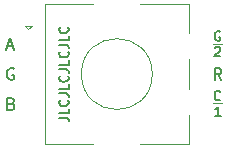
<source format=gto>
%TF.GenerationSoftware,KiCad,Pcbnew,7.0.7*%
%TF.CreationDate,2023-09-18T16:45:26-04:00*%
%TF.ProjectId,Encoder Mount,456e636f-6465-4722-904d-6f756e742e6b,rev?*%
%TF.SameCoordinates,Original*%
%TF.FileFunction,Legend,Top*%
%TF.FilePolarity,Positive*%
%FSLAX46Y46*%
G04 Gerber Fmt 4.6, Leading zero omitted, Abs format (unit mm)*
G04 Created by KiCad (PCBNEW 7.0.7) date 2023-09-18 16:45:26*
%MOMM*%
%LPD*%
G01*
G04 APERTURE LIST*
%ADD10C,0.150000*%
%ADD11C,0.100000*%
%ADD12C,0.120000*%
%ADD13C,2.600000*%
%ADD14C,3.500000*%
%ADD15C,4.000000*%
%ADD16R,2.000000X2.000000*%
%ADD17C,2.000000*%
%ADD18C,3.200000*%
%ADD19R,1.700000X1.700000*%
%ADD20O,1.700000X1.700000*%
G04 APERTURE END LIST*
D10*
X95112295Y-103695237D02*
X95683723Y-103695237D01*
X95683723Y-103695237D02*
X95798009Y-103733332D01*
X95798009Y-103733332D02*
X95874200Y-103809523D01*
X95874200Y-103809523D02*
X95912295Y-103923808D01*
X95912295Y-103923808D02*
X95912295Y-103999999D01*
X95912295Y-102933332D02*
X95912295Y-103314284D01*
X95912295Y-103314284D02*
X95112295Y-103314284D01*
X95836104Y-102209522D02*
X95874200Y-102247618D01*
X95874200Y-102247618D02*
X95912295Y-102361903D01*
X95912295Y-102361903D02*
X95912295Y-102438094D01*
X95912295Y-102438094D02*
X95874200Y-102552380D01*
X95874200Y-102552380D02*
X95798009Y-102628570D01*
X95798009Y-102628570D02*
X95721819Y-102666665D01*
X95721819Y-102666665D02*
X95569438Y-102704761D01*
X95569438Y-102704761D02*
X95455152Y-102704761D01*
X95455152Y-102704761D02*
X95302771Y-102666665D01*
X95302771Y-102666665D02*
X95226580Y-102628570D01*
X95226580Y-102628570D02*
X95150390Y-102552380D01*
X95150390Y-102552380D02*
X95112295Y-102438094D01*
X95112295Y-102438094D02*
X95112295Y-102361903D01*
X95112295Y-102361903D02*
X95150390Y-102247618D01*
X95150390Y-102247618D02*
X95188485Y-102209522D01*
X95112295Y-101638094D02*
X95683723Y-101638094D01*
X95683723Y-101638094D02*
X95798009Y-101676189D01*
X95798009Y-101676189D02*
X95874200Y-101752380D01*
X95874200Y-101752380D02*
X95912295Y-101866665D01*
X95912295Y-101866665D02*
X95912295Y-101942856D01*
X95912295Y-100876189D02*
X95912295Y-101257141D01*
X95912295Y-101257141D02*
X95112295Y-101257141D01*
X95836104Y-100152379D02*
X95874200Y-100190475D01*
X95874200Y-100190475D02*
X95912295Y-100304760D01*
X95912295Y-100304760D02*
X95912295Y-100380951D01*
X95912295Y-100380951D02*
X95874200Y-100495237D01*
X95874200Y-100495237D02*
X95798009Y-100571427D01*
X95798009Y-100571427D02*
X95721819Y-100609522D01*
X95721819Y-100609522D02*
X95569438Y-100647618D01*
X95569438Y-100647618D02*
X95455152Y-100647618D01*
X95455152Y-100647618D02*
X95302771Y-100609522D01*
X95302771Y-100609522D02*
X95226580Y-100571427D01*
X95226580Y-100571427D02*
X95150390Y-100495237D01*
X95150390Y-100495237D02*
X95112295Y-100380951D01*
X95112295Y-100380951D02*
X95112295Y-100304760D01*
X95112295Y-100304760D02*
X95150390Y-100190475D01*
X95150390Y-100190475D02*
X95188485Y-100152379D01*
X95112295Y-99580951D02*
X95683723Y-99580951D01*
X95683723Y-99580951D02*
X95798009Y-99619046D01*
X95798009Y-99619046D02*
X95874200Y-99695237D01*
X95874200Y-99695237D02*
X95912295Y-99809522D01*
X95912295Y-99809522D02*
X95912295Y-99885713D01*
X95912295Y-98819046D02*
X95912295Y-99199998D01*
X95912295Y-99199998D02*
X95112295Y-99199998D01*
X95836104Y-98095236D02*
X95874200Y-98133332D01*
X95874200Y-98133332D02*
X95912295Y-98247617D01*
X95912295Y-98247617D02*
X95912295Y-98323808D01*
X95912295Y-98323808D02*
X95874200Y-98438094D01*
X95874200Y-98438094D02*
X95798009Y-98514284D01*
X95798009Y-98514284D02*
X95721819Y-98552379D01*
X95721819Y-98552379D02*
X95569438Y-98590475D01*
X95569438Y-98590475D02*
X95455152Y-98590475D01*
X95455152Y-98590475D02*
X95302771Y-98552379D01*
X95302771Y-98552379D02*
X95226580Y-98514284D01*
X95226580Y-98514284D02*
X95150390Y-98438094D01*
X95150390Y-98438094D02*
X95112295Y-98323808D01*
X95112295Y-98323808D02*
X95112295Y-98247617D01*
X95112295Y-98247617D02*
X95150390Y-98133332D01*
X95150390Y-98133332D02*
X95188485Y-98095236D01*
X95112295Y-97523808D02*
X95683723Y-97523808D01*
X95683723Y-97523808D02*
X95798009Y-97561903D01*
X95798009Y-97561903D02*
X95874200Y-97638094D01*
X95874200Y-97638094D02*
X95912295Y-97752379D01*
X95912295Y-97752379D02*
X95912295Y-97828570D01*
X95912295Y-96761903D02*
X95912295Y-97142855D01*
X95912295Y-97142855D02*
X95112295Y-97142855D01*
X95836104Y-96038093D02*
X95874200Y-96076189D01*
X95874200Y-96076189D02*
X95912295Y-96190474D01*
X95912295Y-96190474D02*
X95912295Y-96266665D01*
X95912295Y-96266665D02*
X95874200Y-96380951D01*
X95874200Y-96380951D02*
X95798009Y-96457141D01*
X95798009Y-96457141D02*
X95721819Y-96495236D01*
X95721819Y-96495236D02*
X95569438Y-96533332D01*
X95569438Y-96533332D02*
X95455152Y-96533332D01*
X95455152Y-96533332D02*
X95302771Y-96495236D01*
X95302771Y-96495236D02*
X95226580Y-96457141D01*
X95226580Y-96457141D02*
X95150390Y-96380951D01*
X95150390Y-96380951D02*
X95112295Y-96266665D01*
X95112295Y-96266665D02*
X95112295Y-96190474D01*
X95112295Y-96190474D02*
X95150390Y-96076189D01*
X95150390Y-96076189D02*
X95188485Y-96038093D01*
X90739160Y-97660854D02*
X91215350Y-97660854D01*
X90643922Y-97946569D02*
X90977255Y-96946569D01*
X90977255Y-96946569D02*
X91310588Y-97946569D01*
X91265475Y-99534188D02*
X91170237Y-99486569D01*
X91170237Y-99486569D02*
X91027380Y-99486569D01*
X91027380Y-99486569D02*
X90884523Y-99534188D01*
X90884523Y-99534188D02*
X90789285Y-99629426D01*
X90789285Y-99629426D02*
X90741666Y-99724664D01*
X90741666Y-99724664D02*
X90694047Y-99915140D01*
X90694047Y-99915140D02*
X90694047Y-100057997D01*
X90694047Y-100057997D02*
X90741666Y-100248473D01*
X90741666Y-100248473D02*
X90789285Y-100343711D01*
X90789285Y-100343711D02*
X90884523Y-100438950D01*
X90884523Y-100438950D02*
X91027380Y-100486569D01*
X91027380Y-100486569D02*
X91122618Y-100486569D01*
X91122618Y-100486569D02*
X91265475Y-100438950D01*
X91265475Y-100438950D02*
X91313094Y-100391330D01*
X91313094Y-100391330D02*
X91313094Y-100057997D01*
X91313094Y-100057997D02*
X91122618Y-100057997D01*
X108296428Y-97770484D02*
X108334524Y-97732389D01*
X108334524Y-97732389D02*
X108410714Y-97694294D01*
X108410714Y-97694294D02*
X108601190Y-97694294D01*
X108601190Y-97694294D02*
X108677381Y-97732389D01*
X108677381Y-97732389D02*
X108715476Y-97770484D01*
X108715476Y-97770484D02*
X108753571Y-97846675D01*
X108753571Y-97846675D02*
X108753571Y-97922865D01*
X108753571Y-97922865D02*
X108715476Y-98037151D01*
X108715476Y-98037151D02*
X108258333Y-98494294D01*
X108258333Y-98494294D02*
X108753571Y-98494294D01*
D11*
X108905951Y-102478966D02*
X108144047Y-102478966D01*
D10*
X108772619Y-102156604D02*
X108734523Y-102194700D01*
X108734523Y-102194700D02*
X108620238Y-102232795D01*
X108620238Y-102232795D02*
X108544047Y-102232795D01*
X108544047Y-102232795D02*
X108429761Y-102194700D01*
X108429761Y-102194700D02*
X108353571Y-102118509D01*
X108353571Y-102118509D02*
X108315476Y-102042319D01*
X108315476Y-102042319D02*
X108277380Y-101889938D01*
X108277380Y-101889938D02*
X108277380Y-101775652D01*
X108277380Y-101775652D02*
X108315476Y-101623271D01*
X108315476Y-101623271D02*
X108353571Y-101547080D01*
X108353571Y-101547080D02*
X108429761Y-101470890D01*
X108429761Y-101470890D02*
X108544047Y-101432795D01*
X108544047Y-101432795D02*
X108620238Y-101432795D01*
X108620238Y-101432795D02*
X108734523Y-101470890D01*
X108734523Y-101470890D02*
X108772619Y-101508985D01*
X108734522Y-96418389D02*
X108658332Y-96380294D01*
X108658332Y-96380294D02*
X108544046Y-96380294D01*
X108544046Y-96380294D02*
X108429760Y-96418389D01*
X108429760Y-96418389D02*
X108353570Y-96494579D01*
X108353570Y-96494579D02*
X108315475Y-96570770D01*
X108315475Y-96570770D02*
X108277379Y-96723151D01*
X108277379Y-96723151D02*
X108277379Y-96837437D01*
X108277379Y-96837437D02*
X108315475Y-96989818D01*
X108315475Y-96989818D02*
X108353570Y-97066008D01*
X108353570Y-97066008D02*
X108429760Y-97142199D01*
X108429760Y-97142199D02*
X108544046Y-97180294D01*
X108544046Y-97180294D02*
X108620237Y-97180294D01*
X108620237Y-97180294D02*
X108734522Y-97142199D01*
X108734522Y-97142199D02*
X108772618Y-97104103D01*
X108772618Y-97104103D02*
X108772618Y-96837437D01*
X108772618Y-96837437D02*
X108620237Y-96837437D01*
D11*
X108905951Y-97426465D02*
X108144047Y-97426465D01*
D10*
X108860839Y-100486569D02*
X108527506Y-100010378D01*
X108289411Y-100486569D02*
X108289411Y-99486569D01*
X108289411Y-99486569D02*
X108670363Y-99486569D01*
X108670363Y-99486569D02*
X108765601Y-99534188D01*
X108765601Y-99534188D02*
X108813220Y-99581807D01*
X108813220Y-99581807D02*
X108860839Y-99677045D01*
X108860839Y-99677045D02*
X108860839Y-99819902D01*
X108860839Y-99819902D02*
X108813220Y-99915140D01*
X108813220Y-99915140D02*
X108765601Y-99962759D01*
X108765601Y-99962759D02*
X108670363Y-100010378D01*
X108670363Y-100010378D02*
X108289411Y-100010378D01*
X91074999Y-102502759D02*
X91217856Y-102550378D01*
X91217856Y-102550378D02*
X91265475Y-102597997D01*
X91265475Y-102597997D02*
X91313094Y-102693235D01*
X91313094Y-102693235D02*
X91313094Y-102836092D01*
X91313094Y-102836092D02*
X91265475Y-102931330D01*
X91265475Y-102931330D02*
X91217856Y-102978950D01*
X91217856Y-102978950D02*
X91122618Y-103026569D01*
X91122618Y-103026569D02*
X90741666Y-103026569D01*
X90741666Y-103026569D02*
X90741666Y-102026569D01*
X90741666Y-102026569D02*
X91074999Y-102026569D01*
X91074999Y-102026569D02*
X91170237Y-102074188D01*
X91170237Y-102074188D02*
X91217856Y-102121807D01*
X91217856Y-102121807D02*
X91265475Y-102217045D01*
X91265475Y-102217045D02*
X91265475Y-102312283D01*
X91265475Y-102312283D02*
X91217856Y-102407521D01*
X91217856Y-102407521D02*
X91170237Y-102455140D01*
X91170237Y-102455140D02*
X91074999Y-102502759D01*
X91074999Y-102502759D02*
X90741666Y-102502759D01*
X108803571Y-103546795D02*
X108346428Y-103546795D01*
X108575000Y-103546795D02*
X108575000Y-102746795D01*
X108575000Y-102746795D02*
X108498809Y-102861080D01*
X108498809Y-102861080D02*
X108422619Y-102937271D01*
X108422619Y-102937271D02*
X108346428Y-102975366D01*
D12*
X92200000Y-95899999D02*
X92800000Y-95899999D01*
X92500000Y-96199999D02*
X92200000Y-95899999D01*
X92800000Y-95899999D02*
X92500000Y-96199999D01*
X93900000Y-94099999D02*
X93900000Y-105899999D01*
X98000000Y-94099999D02*
X93900000Y-94099999D01*
X98000000Y-105899999D02*
X93900000Y-105899999D01*
X102000000Y-94099999D02*
X106100000Y-94099999D01*
X106100000Y-94099999D02*
X106100000Y-96499999D01*
X106100000Y-98699999D02*
X106100000Y-101299999D01*
X106100000Y-103499999D02*
X106100000Y-105899999D01*
X106100000Y-105899999D02*
X102000000Y-105899999D01*
X103000000Y-99999999D02*
G75*
G03*
X103000000Y-99999999I-3000000J0D01*
G01*
%LPC*%
D13*
X90500000Y-94250000D03*
D14*
X90500000Y-94250000D03*
D13*
X109000000Y-94250000D03*
D14*
X109000000Y-94250000D03*
D15*
X100000000Y-99999999D03*
D16*
X92500000Y-97499999D03*
D17*
X92500000Y-102499999D03*
X92500000Y-99999999D03*
D18*
X100000000Y-94399999D03*
X100000000Y-105599999D03*
D17*
X107000000Y-102499999D03*
X107000000Y-97499999D03*
D13*
X109000000Y-105750000D03*
D14*
X109000000Y-105750000D03*
D19*
X109910000Y-97474999D03*
D20*
X109910000Y-100014999D03*
X109910000Y-102554999D03*
D19*
X89590000Y-97474999D03*
D20*
X89590000Y-100014999D03*
X89590000Y-102554999D03*
D13*
X90500000Y-105750000D03*
D14*
X90500000Y-105750000D03*
%LPD*%
M02*

</source>
